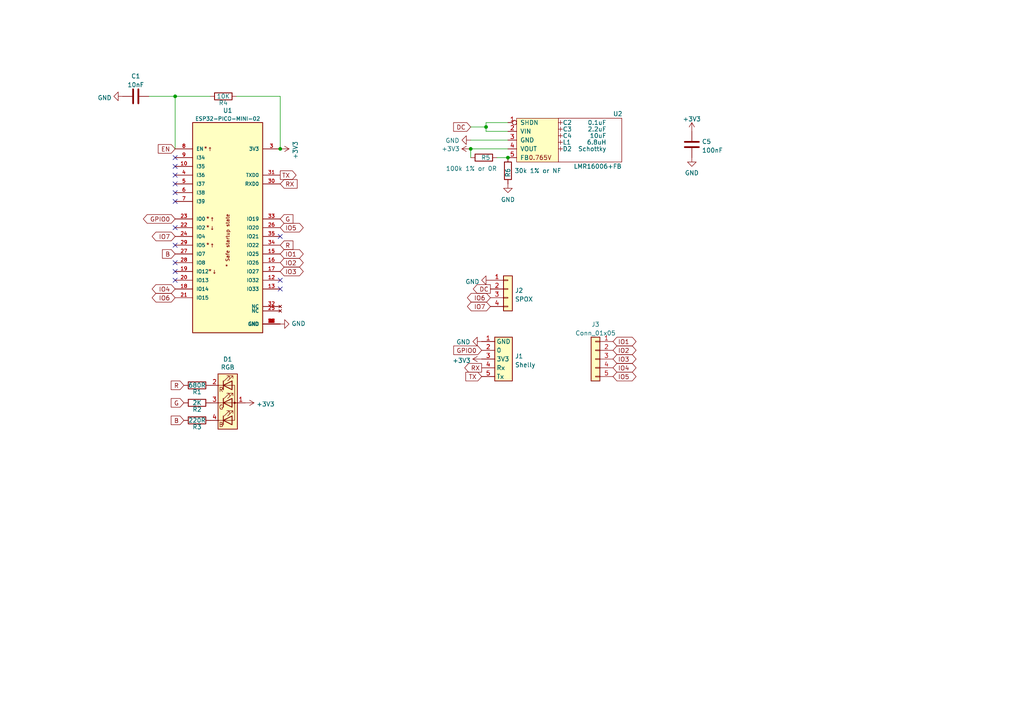
<source format=kicad_sch>
(kicad_sch (version 20211123) (generator eeschema)
  (paper "A4")
  (title_block (title "Generic ESP32-PICO-MINI module") (date "${DATE}") (rev "1") (comment 1 "@TheRealRevK") (comment 2 "www.me.uk"))
  (lib_symbols
    (symbol "Connector_Generic:Conn_01x04" (pin_names (offset 1.016) hide)
      (property "Reference" "J2" (at 2.032 -0.4353 0))
      (property "Value" "SPOX" (at 2.032 -2.9722 0))
      (symbol "Conn_01x04_1_1"
        (rectangle (start -1.27 -4.953) (end 0 -5.207) (stroke (width 0.1524)))
        (rectangle (start -1.27 -2.413) (end 0 -2.667) (stroke (width 0.1524)))
        (rectangle (start -1.27 0.127) (end 0 -0.127) (stroke (width 0.1524)))
        (rectangle (start -1.27 2.667) (end 0 2.413) (stroke (width 0.1524)))
        (rectangle (start -1.27 3.81) (end 1.27 -6.35) (stroke (width 0.254)) (fill (type background)))
        (pin power_out line (at -5.08 2.54 0) (length 3.81) (name "Pin_1") (number "1"))
        (pin power_out line (at -5.08 0 0) (length 3.81) (name "Pin_2") (number "2"))
        (pin passive line (at -5.08 -2.54 0) (length 3.81) (name "Pin_3") (number "3"))
        (pin passive line (at -5.08 -5.08 0) (length 3.81) (name "Pin_4") (number "4"))
      )
    )
    (symbol "Connector_Generic:Conn_01x05" (pin_names (offset 1.016) hide)
      (property "Reference" "J" (at 0 7.62 0))
      (property "Value" "Conn_01x05" (at 0 -7.62 0))
      (symbol "Conn_01x05_1_1"
        (rectangle (start -1.27 -4.953) (end 0 -5.207) (stroke (width 0.1524)))
        (rectangle (start -1.27 -2.413) (end 0 -2.667) (stroke (width 0.1524)))
        (rectangle (start -1.27 0.127) (end 0 -0.127) (stroke (width 0.1524)))
        (rectangle (start -1.27 2.667) (end 0 2.413) (stroke (width 0.1524)))
        (rectangle (start -1.27 5.207) (end 0 4.953) (stroke (width 0.1524)))
        (rectangle (start -1.27 6.35) (end 1.27 -6.35) (stroke (width 0.254)) (fill (type background)))
        (pin passive line (at -5.08 5.08 0) (length 3.81) (name "Pin_1") (number "1"))
        (pin passive line (at -5.08 2.54 0) (length 3.81) (name "Pin_2") (number "2"))
        (pin passive line (at -5.08 0 0) (length 3.81) (name "Pin_3") (number "3"))
        (pin passive line (at -5.08 -2.54 0) (length 3.81) (name "Pin_4") (number "4"))
        (pin passive line (at -5.08 -5.08 0) (length 3.81) (name "Pin_5") (number "5"))
      )
    )
    (symbol "Device:C" (pin_numbers hide) (pin_names (offset 0.254))
      (property "Reference" "C" (at 0.635 2.54 0))
      (property "Value" "C" (at 0.635 -2.54 0))
      (symbol "C_0_1"
        (polyline (pts (xy -2.032 -0.762) (xy 2.032 -0.762)) (stroke (width 0.508)))
        (polyline (pts (xy -2.032 0.762) (xy 2.032 0.762)) (stroke (width 0.508)))
      )
      (symbol "C_1_1"
        (pin passive line (at 0 3.81 270) (length 2.794) (name "~") (number "1"))
        (pin passive line (at 0 -3.81 90) (length 2.794) (name "~") (number "2"))
      )
    )
    (symbol "Device:LED_ARGB" (pin_names (offset 0) hide)
      (property "Reference" "D" (at 0 9.398 0))
      (property "Value" "LED_ARGB" (at 0 -8.89 0))
      (symbol "LED_ARGB_0_0"
        (text "B" (at -1.905 -6.35 0) (effects (font (size 1.27 1.27))))
        (text "G" (at -1.905 -1.27 0) (effects (font (size 1.27 1.27))))
        (text "R" (at -1.905 3.81 0) (effects (font (size 1.27 1.27))))
      )
      (symbol "LED_ARGB_0_1"
        (polyline (pts (xy -1.27 -5.08) (xy -2.54 -5.08)))
        (polyline (pts (xy -1.27 -5.08) (xy 1.27 -5.08)))
        (polyline (pts (xy -1.27 -3.81) (xy -1.27 -6.35)) (stroke (width 0.254)))
        (polyline (pts (xy -1.27 0) (xy -2.54 0)))
        (polyline (pts (xy -1.27 1.27) (xy -1.27 -1.27)) (stroke (width 0.254)))
        (polyline (pts (xy -1.27 5.08) (xy -2.54 5.08)))
        (polyline (pts (xy -1.27 5.08) (xy 1.27 5.08)))
        (polyline (pts (xy -1.27 6.35) (xy -1.27 3.81)) (stroke (width 0.254)))
        (polyline (pts (xy 1.27 0) (xy -1.27 0)))
        (polyline (pts (xy 1.27 0) (xy 2.54 0)))
        (polyline (pts (xy -1.27 1.27) (xy -1.27 -1.27) (xy -1.27 -1.27)))
        (polyline (pts (xy -1.27 6.35) (xy -1.27 3.81) (xy -1.27 3.81)))
        (polyline (pts (xy 1.27 -5.08) (xy 2.032 -5.08) (xy 2.032 5.08) (xy 1.27 5.08)))
        (polyline (pts (xy 1.27 -3.81) (xy 1.27 -6.35) (xy -1.27 -5.08) (xy 1.27 -3.81)) (stroke (width 0.254)))
        (polyline (pts (xy 1.27 1.27) (xy 1.27 -1.27) (xy -1.27 0) (xy 1.27 1.27)) (stroke (width 0.254)))
        (polyline (pts (xy 1.27 6.35) (xy 1.27 3.81) (xy -1.27 5.08) (xy 1.27 6.35)) (stroke (width 0.254)))
        (polyline (pts (xy -1.016 -3.81) (xy 0.508 -2.286) (xy -0.254 -2.286) (xy 0.508 -2.286) (xy 0.508 -3.048)))
        (polyline (pts (xy -1.016 1.27) (xy 0.508 2.794) (xy -0.254 2.794) (xy 0.508 2.794) (xy 0.508 2.032)))
        (polyline (pts (xy -1.016 6.35) (xy 0.508 7.874) (xy -0.254 7.874) (xy 0.508 7.874) (xy 0.508 7.112)))
        (polyline (pts (xy 0 -3.81) (xy 1.524 -2.286) (xy 0.762 -2.286) (xy 1.524 -2.286) (xy 1.524 -3.048)))
        (polyline (pts (xy 0 1.27) (xy 1.524 2.794) (xy 0.762 2.794) (xy 1.524 2.794) (xy 1.524 2.032)))
        (polyline (pts (xy 0 6.35) (xy 1.524 7.874) (xy 0.762 7.874) (xy 1.524 7.874) (xy 1.524 7.112)))
        (rectangle (start 1.27 -1.27) (end 1.27 1.27))
        (rectangle (start 1.27 1.27) (end 1.27 1.27))
        (rectangle (start 1.27 3.81) (end 1.27 6.35))
        (rectangle (start 1.27 6.35) (end 1.27 6.35))
        (circle (center 2.032 0) (radius 0.254) (fill (type outline)))
        (rectangle (start 2.794 8.382) (end -2.794 -7.62) (stroke (width 0.254)) (fill (type background)))
      )
      (symbol "LED_ARGB_1_1"
        (pin passive line (at 5.08 0 180) (length 2.54) (name "A") (number "1"))
        (pin passive line (at -5.08 5.08 0) (length 2.54) (name "RK") (number "2"))
        (pin passive line (at -5.08 0 0) (length 2.54) (name "GK") (number "3"))
        (pin passive line (at -5.08 -5.08 0) (length 2.54) (name "BK") (number "4"))
      )
    )
    (symbol "Device:R" (pin_numbers hide) (pin_names (offset 0))
      (property "Reference" "R" (at 2.032 0 90))
      (property "Value" "R" (at 0 0 90))
      (symbol "R_0_1"
        (rectangle (start -1.016 -2.54) (end 1.016 2.54) (stroke (width 0.254)))
      )
      (symbol "R_1_1"
        (pin passive line (at 0 3.81 270) (length 1.27) (name "~") (number "1"))
        (pin passive line (at 0 -3.81 90) (length 1.27) (name "~") (number "2"))
      )
    )
    (symbol "RevK:ESP32-PICO-MINI-02" (pin_names (offset 1.016))
      (property "Reference" "U" (at -10.16 -33.02 0))
      (property "Value" "ESP32-PICO-MINI-02" (at 0 27.94 0))
      (symbol "ESP32-PICO-MINI-02_0_0"
        (rectangle (start -10.16 -30.48) (end 10.16 30.48) (stroke (width 0.254)) (fill (type background)))
        (text "* Safe startup state" (at 0 -11.43 900) (effects (font (size 1 1)) (justify left)))
        (text "*↑" (at -6.985 22.86 0) (effects (font (size 1.27 1.27)) (justify left)))
        (text "*↑" (at -6.35 -5.08 0) (effects (font (size 1.27 1.27)) (justify left)))
        (text "*↑" (at -6.35 2.54 0) (effects (font (size 1.27 1.27)) (justify left)))
        (text "*↓" (at -6.35 0 0) (effects (font (size 1.27 1.27)) (justify left)))
        (text "*↓" (at -5.715 -12.7 0) (effects (font (size 1.27 1.27)) (justify left)))
        (pin power_in line (at 15.24 -27.94 180) (length 5.08) (name "GND") (number "1"))
        (pin input line (at -15.24 17.78 0) (length 5.08) (name "I35") (number "10"))
        (pin power_in line (at 15.24 -27.94 180) (length 5.08) (name "GND") (number "11"))
        (pin bidirectional line (at 15.24 -15.24 180) (length 5.08) (name "IO32") (number "12"))
        (pin bidirectional line (at 15.24 -17.78 180) (length 5.08) (name "IO33") (number "13"))
        (pin power_in line (at 15.24 -27.94 180) (length 5.08) (name "GND") (number "14"))
        (pin bidirectional line (at 15.24 -7.62 180) (length 5.08) (name "IO25") (number "15"))
        (pin bidirectional line (at 15.24 -10.16 180) (length 5.08) (name "IO26") (number "16"))
        (pin bidirectional line (at 15.24 -12.7 180) (length 5.08) (name "IO27") (number "17"))
        (pin bidirectional line (at -15.24 -17.78 0) (length 5.08) (name "IO14") (number "18"))
        (pin bidirectional line (at -15.24 -12.7 0) (length 5.08) (name "IO12") (number "19"))
        (pin power_in line (at 15.24 -27.94 180) (length 5.08) (name "GND") (number "2"))
        (pin bidirectional line (at -15.24 -15.24 0) (length 5.08) (name "IO13") (number "20"))
        (pin bidirectional line (at -15.24 -20.32 0) (length 5.08) (name "IO15") (number "21"))
        (pin bidirectional line (at -15.24 0 0) (length 5.08) (name "IO2") (number "22"))
        (pin bidirectional line (at -15.24 2.54 0) (length 5.08) (name "IO0") (number "23"))
        (pin bidirectional line (at -15.24 -2.54 0) (length 5.08) (name "IO4") (number "24"))
        (pin no_connect line (at 15.24 -24.13 180) (length 5.08) (name "NC") (number "25"))
        (pin bidirectional line (at 15.24 0 180) (length 5.08) (name "IO20") (number "26"))
        (pin bidirectional line (at -15.24 -7.62 0) (length 5.08) (name "IO7") (number "27"))
        (pin bidirectional line (at -15.24 -10.16 0) (length 5.08) (name "IO8") (number "28"))
        (pin bidirectional line (at -15.24 -5.08 0) (length 5.08) (name "IO5") (number "29"))
        (pin power_in line (at 15.24 22.86 180) (length 5.08) (name "3V3") (number "3"))
        (pin bidirectional line (at 15.24 12.7 180) (length 5.08) (name "RXD0") (number "30"))
        (pin bidirectional line (at 15.24 15.24 180) (length 5.08) (name "TXD0") (number "31"))
        (pin no_connect line (at 15.24 -22.86 180) (length 5.08) (name "NC") (number "32"))
        (pin bidirectional line (at 15.24 2.54 180) (length 5.08) (name "IO19") (number "33"))
        (pin bidirectional line (at 15.24 -5.08 180) (length 5.08) (name "IO22") (number "34"))
        (pin bidirectional line (at 15.24 -2.54 180) (length 5.08) (name "IO21") (number "35"))
        (pin power_in line (at 15.24 -27.94 180) (length 5.08) (name "GND") (number "36"))
        (pin power_in line (at 15.24 -27.94 180) (length 5.08) (name "GND") (number "37"))
        (pin power_in line (at 15.24 -27.94 180) (length 5.08) (name "GND") (number "38"))
        (pin power_in line (at 15.24 -27.94 180) (length 5.08) (name "GND") (number "39"))
        (pin input line (at -15.24 15.24 0) (length 5.08) (name "I36") (number "4"))
        (pin power_in line (at 15.24 -27.94 180) (length 5.08) (name "GND") (number "40"))
        (pin power_in line (at 15.24 -27.94 180) (length 5.08) (name "GND") (number "41"))
        (pin power_in line (at 15.24 -27.94 180) (length 5.08) (name "GND") (number "42"))
        (pin power_in line (at 15.24 -27.94 180) (length 5.08) (name "GND") (number "43"))
        (pin power_in line (at 15.24 -27.94 180) (length 5.08) (name "GND") (number "44"))
        (pin power_in line (at 15.24 -27.94 180) (length 5.08) (name "GND") (number "45"))
        (pin power_in line (at 15.24 -27.94 180) (length 5.08) (name "GND") (number "46"))
        (pin power_in line (at 15.24 -27.94 180) (length 5.08) (name "GND") (number "47"))
        (pin power_in line (at 15.24 -27.94 180) (length 5.08) (name "GND") (number "48"))
        (pin power_in line (at 15.24 -27.94 180) (length 5.08) (name "GND") (number "49"))
        (pin input line (at -15.24 12.7 0) (length 5.08) (name "I37") (number "5"))
        (pin power_in line (at 15.24 -27.94 180) (length 5.08) (name "GND") (number "50"))
        (pin power_in line (at 15.24 -27.94 180) (length 5.08) (name "GND") (number "51"))
        (pin power_in line (at 15.24 -27.94 180) (length 5.08) (name "GND") (number "52"))
        (pin power_in line (at 15.24 -27.94 180) (length 5.08) (name "GND") (number "53"))
        (pin input line (at -15.24 10.16 0) (length 5.08) (name "I38") (number "6"))
        (pin input line (at -15.24 7.62 0) (length 5.08) (name "I39") (number "7"))
        (pin input line (at -15.24 22.86 0) (length 5.08) (name "EN") (number "8"))
        (pin input line (at -15.24 20.32 0) (length 5.08) (name "I34") (number "9"))
      )
    )
    (symbol "RevK:Hidden" (pin_names (offset 1.016))
      (property "Reference" "Z" (at 0.635 0 0))
      (property "Value" "Hidden" (at 4.445 0 0))
      (symbol "Hidden_0_1"
        (polyline (pts (xy -0.635 0) (xy 0.635 0)) (stroke (width 0.1524)))
        (polyline (pts (xy 0 0.635) (xy 0 -0.635)) (stroke (width 0.1524)))
      )
      (symbol "Hidden_1_1"
        (pin no_connect non_logic (at 0 -2.54 90) (length 2.54) hide (name "~") (number "~"))
      )
    )
    (symbol "RevK:LMR16006+FB" (pin_names (offset 1.016))
      (property "Reference" "U" (at 11.43 2.54 0))
      (property "Value" "LMR16006+FB" (at 7.62 -12.7 0))
      (symbol "LMR16006+FB_0_0"
        (rectangle (start 2.54 1.27) (end 14.605 -11.43) (fill (type background)))
        (text "0.765V" (at 12.7 -10.16 0) (effects (font (size 1.27 1.27)) (justify right)))
      )
      (symbol "LMR16006+FB_0_1"
        (rectangle (start 14.605 1.27) (end 33.02 -11.43))
      )
      (symbol "LMR16006+FB_1_1"
        (pin input inverted (at 0 0 0) (length 2.54) (name "SHDN") (number "1"))
        (pin power_in line (at 0 -2.54 0) (length 2.54) (name "VIN") (number "2"))
        (pin power_in line (at 0 -5.08 0) (length 2.54) (name "GND") (number "3"))
        (pin power_out line (at 0 -7.62 0) (length 2.54) (name "VOUT") (number "4"))
        (pin passive line (at 0 -10.16 0) (length 2.54) (name "FB") (number "5"))
      )
    )
    (symbol "RevK:Shelly"
      (property "Reference" "J" (at 0 -8.89 0))
      (property "Value" "Shelly" (at 0 8.89 0))
      (symbol "Shelly_1_1"
        (rectangle (start -1.27 6.35) (end 3.81 -6.35) (stroke (width 0.254)) (fill (type background)))
        (pin power_in line (at -5.08 5.08 0) (length 3.81) (name "GND") (number "1"))
        (pin output line (at -5.08 2.54 0) (length 3.81) (name "0") (number "2"))
        (pin power_in line (at -5.08 0 0) (length 3.81) (name "3V3") (number "3"))
        (pin output line (at -5.08 -2.54 0) (length 3.81) (name "Rx") (number "4"))
        (pin input line (at -5.08 -5.08 0) (length 3.81) (name "Tx") (number "5"))
      )
    )
    (symbol "power:+3.3V" (power) (pin_names (offset 0))
      (property "Value" "+3.3V" (at 0 3.556 0))
      (symbol "+3.3V_0_1"
        (polyline (pts (xy -0.762 1.27) (xy 0 2.54)))
        (polyline (pts (xy 0 0) (xy 0 2.54)))
        (polyline (pts (xy 0 2.54) (xy 0.762 1.27)))
      )
      (symbol "+3.3V_1_1"
        (pin power_in line (at 0 0 90) (length 0) hide (name "+3V3") (number "1"))
      )
    )
    (symbol "power:GND" (power) (pin_names (offset 0))
      (property "Value" "GND" (at 0 -3.81 0))
      (symbol "GND_0_1"
        (polyline (pts (xy 0 0) (xy 0 -1.27) (xy 1.27 -1.27) (xy 0 -2.54) (xy -1.27 -1.27) (xy 0 -1.27)))
      )
      (symbol "GND_1_1"
        (pin power_in line (at 0 0 270) (length 0) hide (name "GND") (number "1"))
      )
    )
  )
  (junction (at 81.28 43.18))
  (junction (at 147.32 45.72))
  (junction (at 50.8 27.94))
  (junction (at 140.97 36.83))
  (junction (at 136.525 43.18))
  (no_connect (at 50.8 76.2))
  (no_connect (at 50.8 81.28))
  (no_connect (at 50.8 45.72))
  (no_connect (at 50.8 48.26))
  (no_connect (at 50.8 50.8))
  (no_connect (at 50.8 53.34))
  (no_connect (at 50.8 55.88))
  (no_connect (at 50.8 58.42))
  (no_connect (at 50.8 66.04))
  (no_connect (at 50.8 71.12))
  (no_connect (at 50.8 78.74))
  (no_connect (at 81.28 68.58))
  (no_connect (at 81.28 81.28))
  (no_connect (at 81.28 83.82))
  (wire (pts (xy 140.97 35.56) (xy 140.97 36.83)))
  (wire (pts (xy 140.97 35.56) (xy 147.32 35.56)))
  (wire (pts (xy 136.525 43.18) (xy 147.32 43.18)))
  (wire (pts (xy 43.18 27.94) (xy 50.8 27.94)))
  (wire (pts (xy 144.145 45.72) (xy 147.32 45.72)))
  (wire (pts (xy 140.97 36.83) (xy 140.97 38.1)))
  (wire (pts (xy 136.525 43.18) (xy 136.525 45.72)))
  (wire (pts (xy 136.525 36.83) (xy 140.97 36.83)))
  (wire (pts (xy 50.8 43.18) (xy 50.8 27.94)))
  (wire (pts (xy 81.28 27.94) (xy 81.28 43.18)))
  (wire (pts (xy 50.8 27.94) (xy 60.96 27.94)))
  (wire (pts (xy 136.525 40.64) (xy 147.32 40.64)))
  (wire (pts (xy 68.58 27.94) (xy 81.28 27.94)))
  (wire (pts (xy 140.97 38.1) (xy 147.32 38.1)))
  (global_label "IO4" (shape bidirectional) (at 177.8 106.68 0) (property "Intersheet References" "${INTERSHEET_REFS}" (effects hide)))
  (global_label "DC" (shape input) (at 136.525 36.83 180) (property "Intersheet References" "${INTERSHEET_REFS}" (effects hide)))
  (global_label "IO7" (shape bidirectional) (at 50.8 68.58 180) (property "Intersheet References" "${INTERSHEET_REFS}" (effects hide)))
  (global_label "IO1" (shape bidirectional) (at 81.28 73.66 0) (property "Intersheet References" "${INTERSHEET_REFS}" (effects hide)))
  (global_label "GPIO0" (shape input) (at 139.7 101.6 180) (property "Intersheet References" "${INTERSHEET_REFS}" (effects hide)))
  (global_label "IO2" (shape bidirectional) (at 177.8 101.6 0) (property "Intersheet References" "${INTERSHEET_REFS}" (effects hide)))
  (global_label "IO4" (shape bidirectional) (at 50.8 83.82 180) (property "Intersheet References" "${INTERSHEET_REFS}" (effects hide)))
  (global_label "IO5" (shape bidirectional) (at 81.28 66.04 0) (property "Intersheet References" "${INTERSHEET_REFS}" (effects hide)))
  (global_label "G" (shape input) (at 81.28 63.5 0) (property "Intersheet References" "${INTERSHEET_REFS}" (effects hide)))
  (global_label "IO3" (shape bidirectional) (at 177.8 104.14 0) (property "Intersheet References" "${INTERSHEET_REFS}" (effects hide)))
  (global_label "R" (shape input) (at 81.28 71.12 0) (property "Intersheet References" "${INTERSHEET_REFS}" (effects hide)))
  (global_label "IO5" (shape bidirectional) (at 177.8 109.22 0) (property "Intersheet References" "${INTERSHEET_REFS}" (effects hide)))
  (global_label "EN" (shape input) (at 50.8 43.18 180) (property "Intersheet References" "${INTERSHEET_REFS}" (effects hide)))
  (global_label "B" (shape input) (at 53.34 121.92 180) (property "Intersheet References" "${INTERSHEET_REFS}" (effects hide)))
  (global_label "IO3" (shape bidirectional) (at 81.28 78.74 0) (property "Intersheet References" "${INTERSHEET_REFS}" (effects hide)))
  (global_label "IO7" (shape bidirectional) (at 142.24 88.9 180) (property "Intersheet References" "${INTERSHEET_REFS}" (effects hide)))
  (global_label "IO2" (shape bidirectional) (at 81.28 76.2 0) (property "Intersheet References" "${INTERSHEET_REFS}" (effects hide)))
  (global_label "R" (shape input) (at 53.34 111.76 180) (property "Intersheet References" "${INTERSHEET_REFS}" (effects hide)))
  (global_label "IO6" (shape bidirectional) (at 50.8 86.36 180) (property "Intersheet References" "${INTERSHEET_REFS}" (effects hide)))
  (global_label "RX" (shape input) (at 81.28 53.34 0) (property "Intersheet References" "${INTERSHEET_REFS}" (effects hide)))
  (global_label "GPIO0" (shape bidirectional) (at 50.8 63.5 180) (property "Intersheet References" "${INTERSHEET_REFS}" (effects hide)))
  (global_label "TX" (shape input) (at 139.7 109.22 180) (property "Intersheet References" "${INTERSHEET_REFS}" (effects hide)))
  (global_label "TX" (shape output) (at 81.28 50.8 0) (property "Intersheet References" "${INTERSHEET_REFS}" (effects hide)))
  (global_label "IO6" (shape bidirectional) (at 142.24 86.36 180) (property "Intersheet References" "${INTERSHEET_REFS}" (effects hide)))
  (global_label "DC" (shape output) (at 142.24 83.82 180) (property "Intersheet References" "${INTERSHEET_REFS}" (effects hide)))
  (global_label "IO1" (shape bidirectional) (at 177.8 99.06 0) (property "Intersheet References" "${INTERSHEET_REFS}" (effects hide)))
  (global_label "G" (shape input) (at 53.34 116.84 180) (property "Intersheet References" "${INTERSHEET_REFS}" (effects hide)))
  (global_label "RX" (shape output) (at 139.7 106.68 180) (property "Intersheet References" "${INTERSHEET_REFS}" (effects hide)))
  (global_label "B" (shape input) (at 50.8 73.66 180) (property "Intersheet References" "${INTERSHEET_REFS}" (effects hide)))
  (symbol (lib_id "power:+3.3V") (at 81.28 43.18 270) (unit 1)
    (property "Reference" "#PWR03" (effects hide))
    (property "Value" "+3.3V" (at 85.6742 43.561 0))
  )
  (symbol (lib_id "power:GND") (at 136.525 40.64 270) (unit 1)
    (property "Reference" "#PWR05" (effects hide))
    (property "Value" "GND" (at 133.2738 40.767 90) (effects (justify right)))
  )
  (symbol (lib_id "power:+3.3V") (at 136.525 43.18 90) (unit 1)
    (property "Reference" "#PWR06" (effects hide))
    (property "Value" "+3.3V" (at 133.35 43.18 90) (effects (justify left)))
  )
  (symbol (lib_id "power:GND") (at 81.28 93.98 90) (unit 1)
    (property "Reference" "#PWR04" (effects hide))
    (property "Value" "GND" (at 84.5312 93.853 90) (effects (justify right)))
  )
  (symbol (lib_id "RevK:Hidden") (at 162.56 35.56 0) (unit 1)
    (property "Reference" "C2" (at 163.195 35.56 0) (effects (justify left)))
    (property "Value" "0.1uF" (at 175.895 35.56 0) (effects (justify right)))
    (property "Footprint" "RevK:Hidden" (effects hide))
    (property "Note" "X7R or X5R 0603" (effects hide))
  )
  (symbol (lib_id "RevK:Hidden") (at 162.56 37.465 0) (unit 1)
    (property "Reference" "C3" (at 163.195 37.465 0) (effects (justify left)))
    (property "Value" "2.2uF" (at 175.895 37.465 0) (effects (justify right)))
    (property "Footprint" "RevK:Hidden" (effects hide))
    (property "Note" "0603 or 0805" (effects hide))
  )
  (symbol (lib_id "RevK:Hidden") (at 162.56 39.37 0) (unit 1)
    (property "Reference" "C4" (at 163.195 39.37 0) (effects (justify left)))
    (property "Value" "10uF" (at 175.895 39.37 0) (effects (justify right)))
    (property "Footprint" "RevK:Hidden" (effects hide))
    (property "Note" "0603 or 0805" (effects hide))
  )
  (symbol (lib_id "RevK:Hidden") (at 162.56 41.275 0) (unit 1)
    (property "Reference" "L1" (at 163.195 41.275 0) (effects (justify left)))
    (property "Value" "6.8uH" (at 175.895 41.275 0) (effects (justify right)))
    (property "Footprint" "RevK:Hidden" (effects hide))
    (property "Datasheet" "https://www.mouser.co.uk/datasheet/2/987/Laird_Performance_TYA4020_series__Rev_A_-1877538.pdf" (effects hide))
    (property "Manufacturer" "Laird" (effects hide))
    (property "Part No" "TYA4020" (effects hide))
  )
  (symbol (lib_id "RevK:Hidden") (at 162.56 43.18 0) (unit 1)
    (property "Reference" "D2" (at 163.195 43.18 0) (effects (justify left)))
    (property "Value" "Schottky" (at 175.895 43.18 0) (effects (justify right)))
    (property "Footprint" "RevK:Hidden" (effects hide))
    (property "Datasheet" "https://www.mouser.co.uk/datasheet/2/54/CD1206-B220_B2100-777245.pdf" (effects hide))
    (property "Manufacturer" "Bourns" (effects hide))
    (property "Part No" "CD1206-B2100" (effects hide))
  )
  (symbol (lib_id "Device:R") (at 57.15 111.76 270) (unit 1)
    (property "Reference" "R1" (at 57.15 113.665 90))
    (property "Value" "680R" (at 57.15 111.76 90))
    (property "Footprint" "RevK:R_0603" (effects hide))
  )
  (symbol (lib_id "power:GND") (at 142.24 81.28 270) (unit 1)
    (property "Reference" "#PWR09" (effects hide))
    (property "Value" "GND" (at 139.0651 81.7138 90) (effects (justify right)))
  )
  (symbol (lib_id "Device:R") (at 64.77 27.94 270) (unit 1)
    (property "Reference" "R4" (at 64.77 29.845 90))
    (property "Value" "10K" (at 64.77 27.94 90))
    (property "Footprint" "RevK:R_0603" (effects hide))
  )
  (symbol (lib_id "Device:C") (at 200.66 41.91 0) (unit 1)
    (property "Reference" "C5" (at 203.581 41.0753 0) (effects (justify left)))
    (property "Value" "100nF" (at 203.581 43.6122 0) (effects (justify left)))
    (property "Footprint" "RevK:C_0603" (effects hide))
  )
  (symbol (lib_id "power:+3.3V") (at 71.12 116.84 270) (unit 1)
    (property "Reference" "#PWR02" (effects hide))
    (property "Value" "+3.3V" (at 74.3712 117.221 90) (effects (justify left)))
  )
  (symbol (lib_id "power:GND") (at 147.32 53.34 0) (unit 1)
    (property "Reference" "#PWR010" (effects hide))
    (property "Value" "GND" (at 147.32 57.9025 0))
  )
  (symbol (lib_id "Connector_Generic:Conn_01x05") (at 172.72 104.14 0) (mirror y) (unit 1)
    (property "Reference" "J3" (at 172.72 94.0902 0))
    (property "Value" "Conn_01x05" (at 172.72 96.6271 0))
    (property "Footprint" "Connector_PinSocket_2.54mm:PinSocket_1x05_P2.54mm_Vertical" (effects hide))
  )
  (symbol (lib_id "RevK:Shelly") (at 144.78 104.14 0) (unit 1)
    (property "Reference" "J1" (at 149.352 103.3053 0) (effects (justify left)))
    (property "Value" "Shelly" (at 149.352 105.8422 0) (effects (justify left)))
    (property "Footprint" "RevK:Shelly" (effects hide))
  )
  (symbol (lib_id "Device:R") (at 57.15 116.84 270) (unit 1)
    (property "Reference" "R2" (at 57.15 118.745 90))
    (property "Value" "2K" (at 57.15 116.84 90))
    (property "Footprint" "RevK:R_0603" (effects hide))
  )
  (symbol (lib_id "RevK:ESP32-PICO-MINI-02") (at 66.04 66.04 0) (unit 1)
    (property "Reference" "U1" (at 66.04 32.0498 0))
    (property "Value" "ESP32-PICO-MINI-02" (at 66.04 34.4339 0) (effects (font (size 1.1 1.1))))
    (property "Footprint" "RevK:ESP32-PICO-MINI-02" (effects hide))
    (property "MANUFACTURER" "Espressif" (effects hide))
    (property "MAXIMUM_PACKAGE_HEIGHT" "2.55mm" (effects hide))
    (property "PARTREV" "v1.0" (effects hide))
    (property "STANDARD" "Manufacturer Recommendations" (effects hide))
  )
  (symbol (lib_id "Device:R") (at 147.32 49.53 180) (unit 1)
    (property "Reference" "R6" (at 147.32 51.435 90) (effects (justify right)))
    (property "Value" "30k 1% or NF" (at 149.225 49.53 0) (effects (justify right)))
    (property "Footprint" "RevK:R_0603" (effects hide))
  )
  (symbol (lib_id "power:GND") (at 139.7 99.06 270) (unit 1)
    (property "Reference" "#PWR07" (effects hide))
    (property "Value" "GND" (at 136.4488 99.187 90) (effects (justify right)))
  )
  (symbol (lib_id "power:+3.3V") (at 139.7 104.14 90) (unit 1)
    (property "Reference" "#PWR08" (effects hide))
    (property "Value" "+3.3V" (at 136.525 104.5738 90) (effects (justify left)))
  )
  (symbol (lib_id "Device:C") (at 39.37 27.94 90) (unit 1)
    (property "Reference" "C1" (at 39.37 22.0812 90))
    (property "Value" "10nF" (at 39.37 24.6181 90))
    (property "Footprint" "RevK:C_0603" (effects hide))
  )
  (symbol (lib_id "Connector_Generic:Conn_01x04") (at 147.32 83.82 0) (unit 1)
    (property "Reference" "J2" (at 149.352 84.2553 0) (effects (justify left)))
    (property "Value" "SPOX" (at 149.352 86.7922 0) (effects (justify left)))
    (property "Footprint" "RevK:Molex_MiniSPOX_H4RA" (effects hide))
  )
  (symbol (lib_id "power:+3.3V") (at 200.66 38.1 0) (unit 1)
    (property "Reference" "#PWR011" (effects hide))
    (property "Value" "+3.3V" (at 200.66 34.5242 0))
  )
  (symbol (lib_id "Device:LED_ARGB") (at 66.04 116.84 0) (unit 1)
    (property "Reference" "D1" (at 66.04 104.2162 0))
    (property "Value" "RGB" (at 66.04 106.5276 0))
    (property "Footprint" "RevK:LED-RGB-1.6x1.6" (effects hide))
    (property "Manufacturer" "Kingbright" (effects hide))
    (property "Part No" "APTF1616LSEEZGKQBKC" (effects hide))
  )
  (symbol (lib_id "RevK:LMR16006+FB") (at 147.32 35.56 0) (unit 1)
    (property "Reference" "U2" (at 177.8 33.02 0) (effects (justify left)))
    (property "Value" "LMR16006+FB" (at 166.37 48.26 0) (effects (justify left)))
    (property "Footprint" "RevK:RegulatorBlockFB" (effects hide))
    (property "Manufacturer" "TI" (effects hide))
    (property "Part No" "LMR16006YQ3" (effects hide))
  )
  (symbol (lib_id "Device:R") (at 57.15 121.92 270) (unit 1)
    (property "Reference" "R3" (at 57.15 123.825 90))
    (property "Value" "220R" (at 57.15 121.92 90))
    (property "Footprint" "RevK:R_0603" (effects hide))
  )
  (symbol (lib_id "power:GND") (at 35.56 27.94 270) (unit 1)
    (property "Reference" "#PWR01" (effects hide))
    (property "Value" "GND" (at 32.3851 28.3738 90) (effects (justify right)))
  )
  (symbol (lib_id "power:GND") (at 200.66 45.72 0) (unit 1)
    (property "Reference" "#PWR012" (effects hide))
    (property "Value" "GND" (at 200.66 50.1634 0))
  )
  (symbol (lib_id "Device:R") (at 140.335 45.72 90) (unit 1)
    (property "Reference" "R5" (at 142.24 45.72 90) (effects (justify left)))
    (property "Value" "100k 1% or 0R" (at 144.145 48.895 90) (effects (justify left)))
    (property "Footprint" "RevK:R_0603" (effects hide))
  )
)
</source>
